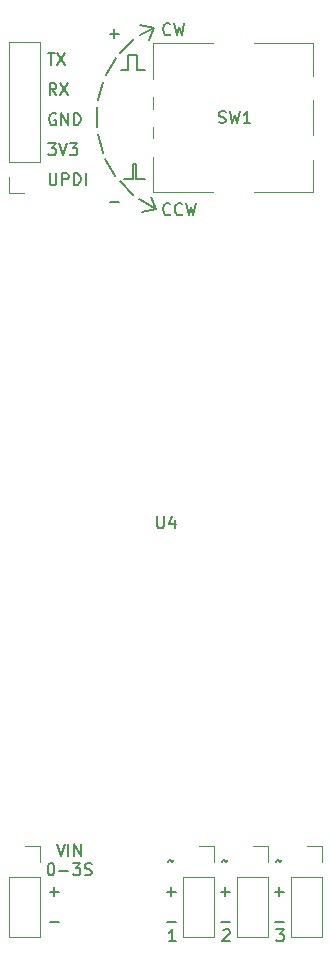
<source format=gto>
%TF.GenerationSoftware,KiCad,Pcbnew,8.0.2*%
%TF.CreationDate,2024-09-16T20:09:15-04:00*%
%TF.ProjectId,servo_tester,73657276-6f5f-4746-9573-7465722e6b69,rev?*%
%TF.SameCoordinates,Original*%
%TF.FileFunction,Legend,Top*%
%TF.FilePolarity,Positive*%
%FSLAX46Y46*%
G04 Gerber Fmt 4.6, Leading zero omitted, Abs format (unit mm)*
G04 Created by KiCad (PCBNEW 8.0.2) date 2024-09-16 20:09:15*
%MOMM*%
%LPD*%
G01*
G04 APERTURE LIST*
%ADD10C,0.150000*%
%ADD11C,0.120000*%
%ADD12R,1.700000X1.700000*%
%ADD13O,1.700000X1.700000*%
%ADD14C,1.524000*%
%ADD15O,3.000000X2.900000*%
G04 APERTURE END LIST*
D10*
X112014000Y-50165000D02*
X112014000Y-51435000D01*
X111760000Y-51435000D02*
X111760000Y-50165000D01*
X111379000Y-42164000D02*
X111379000Y-40894000D01*
X113538000Y-38608000D02*
X113122869Y-39623272D01*
X111760000Y-50165000D02*
X112014000Y-50165000D01*
X113538000Y-38608000D02*
X112360869Y-38353272D01*
X113750559Y-53943631D02*
X112310448Y-53143720D01*
X111829581Y-52785092D02*
X110652206Y-51632892D01*
X110283270Y-51159887D02*
X109452424Y-49737399D01*
X109221675Y-49183683D02*
X108796490Y-47592145D01*
X108720350Y-46997124D02*
X108731085Y-45349804D01*
X108814974Y-44755826D02*
X109260866Y-43169965D01*
X109498812Y-42619303D02*
X110348127Y-41207764D01*
X110723197Y-40739609D02*
X111915489Y-39602852D01*
X112400989Y-39250521D02*
X113537998Y-38607998D01*
X113750559Y-53943631D02*
X113335428Y-52928359D01*
X113750559Y-53943631D02*
X112573428Y-54198359D01*
X110744000Y-42164000D02*
X111379000Y-42164000D01*
X112141000Y-42164000D02*
X112776000Y-42164000D01*
X111379000Y-40894000D02*
X112141000Y-40894000D01*
X112014000Y-51435000D02*
X112776000Y-51435000D01*
X110998000Y-51435000D02*
X111760000Y-51435000D01*
X112141000Y-40894000D02*
X112141000Y-42164000D01*
X104587922Y-40779819D02*
X105159350Y-40779819D01*
X104873636Y-41779819D02*
X104873636Y-40779819D01*
X105397446Y-40779819D02*
X106064112Y-41779819D01*
X106064112Y-40779819D02*
X105397446Y-41779819D01*
X123939541Y-114947819D02*
X124558588Y-114947819D01*
X124558588Y-114947819D02*
X124225255Y-115328771D01*
X124225255Y-115328771D02*
X124368112Y-115328771D01*
X124368112Y-115328771D02*
X124463350Y-115376390D01*
X124463350Y-115376390D02*
X124510969Y-115424009D01*
X124510969Y-115424009D02*
X124558588Y-115519247D01*
X124558588Y-115519247D02*
X124558588Y-115757342D01*
X124558588Y-115757342D02*
X124510969Y-115852580D01*
X124510969Y-115852580D02*
X124463350Y-115900200D01*
X124463350Y-115900200D02*
X124368112Y-115947819D01*
X124368112Y-115947819D02*
X124082398Y-115947819D01*
X124082398Y-115947819D02*
X123987160Y-115900200D01*
X123987160Y-115900200D02*
X123939541Y-115852580D01*
X114954207Y-54384580D02*
X114906588Y-54432200D01*
X114906588Y-54432200D02*
X114763731Y-54479819D01*
X114763731Y-54479819D02*
X114668493Y-54479819D01*
X114668493Y-54479819D02*
X114525636Y-54432200D01*
X114525636Y-54432200D02*
X114430398Y-54336961D01*
X114430398Y-54336961D02*
X114382779Y-54241723D01*
X114382779Y-54241723D02*
X114335160Y-54051247D01*
X114335160Y-54051247D02*
X114335160Y-53908390D01*
X114335160Y-53908390D02*
X114382779Y-53717914D01*
X114382779Y-53717914D02*
X114430398Y-53622676D01*
X114430398Y-53622676D02*
X114525636Y-53527438D01*
X114525636Y-53527438D02*
X114668493Y-53479819D01*
X114668493Y-53479819D02*
X114763731Y-53479819D01*
X114763731Y-53479819D02*
X114906588Y-53527438D01*
X114906588Y-53527438D02*
X114954207Y-53575057D01*
X115954207Y-54384580D02*
X115906588Y-54432200D01*
X115906588Y-54432200D02*
X115763731Y-54479819D01*
X115763731Y-54479819D02*
X115668493Y-54479819D01*
X115668493Y-54479819D02*
X115525636Y-54432200D01*
X115525636Y-54432200D02*
X115430398Y-54336961D01*
X115430398Y-54336961D02*
X115382779Y-54241723D01*
X115382779Y-54241723D02*
X115335160Y-54051247D01*
X115335160Y-54051247D02*
X115335160Y-53908390D01*
X115335160Y-53908390D02*
X115382779Y-53717914D01*
X115382779Y-53717914D02*
X115430398Y-53622676D01*
X115430398Y-53622676D02*
X115525636Y-53527438D01*
X115525636Y-53527438D02*
X115668493Y-53479819D01*
X115668493Y-53479819D02*
X115763731Y-53479819D01*
X115763731Y-53479819D02*
X115906588Y-53527438D01*
X115906588Y-53527438D02*
X115954207Y-53575057D01*
X116287541Y-53479819D02*
X116525636Y-54479819D01*
X116525636Y-54479819D02*
X116716112Y-53765533D01*
X116716112Y-53765533D02*
X116906588Y-54479819D01*
X116906588Y-54479819D02*
X117144684Y-53479819D01*
X104730779Y-111756866D02*
X105492684Y-111756866D01*
X105111731Y-112137819D02*
X105111731Y-111375914D01*
X105302207Y-44319819D02*
X104968874Y-43843628D01*
X104730779Y-44319819D02*
X104730779Y-43319819D01*
X104730779Y-43319819D02*
X105111731Y-43319819D01*
X105111731Y-43319819D02*
X105206969Y-43367438D01*
X105206969Y-43367438D02*
X105254588Y-43415057D01*
X105254588Y-43415057D02*
X105302207Y-43510295D01*
X105302207Y-43510295D02*
X105302207Y-43653152D01*
X105302207Y-43653152D02*
X105254588Y-43748390D01*
X105254588Y-43748390D02*
X105206969Y-43796009D01*
X105206969Y-43796009D02*
X105111731Y-43843628D01*
X105111731Y-43843628D02*
X104730779Y-43843628D01*
X105635541Y-43319819D02*
X106302207Y-44319819D01*
X106302207Y-43319819D02*
X105635541Y-44319819D01*
X119319922Y-109216866D02*
X119367541Y-109169247D01*
X119367541Y-109169247D02*
X119462779Y-109121628D01*
X119462779Y-109121628D02*
X119653255Y-109216866D01*
X119653255Y-109216866D02*
X119748493Y-109169247D01*
X119748493Y-109169247D02*
X119796112Y-109121628D01*
X123780779Y-111756866D02*
X124542684Y-111756866D01*
X124161731Y-112137819D02*
X124161731Y-111375914D01*
X114636779Y-111756866D02*
X115398684Y-111756866D01*
X115017731Y-112137819D02*
X115017731Y-111375914D01*
X104730779Y-50939819D02*
X104730779Y-51749342D01*
X104730779Y-51749342D02*
X104778398Y-51844580D01*
X104778398Y-51844580D02*
X104826017Y-51892200D01*
X104826017Y-51892200D02*
X104921255Y-51939819D01*
X104921255Y-51939819D02*
X105111731Y-51939819D01*
X105111731Y-51939819D02*
X105206969Y-51892200D01*
X105206969Y-51892200D02*
X105254588Y-51844580D01*
X105254588Y-51844580D02*
X105302207Y-51749342D01*
X105302207Y-51749342D02*
X105302207Y-50939819D01*
X105778398Y-51939819D02*
X105778398Y-50939819D01*
X105778398Y-50939819D02*
X106159350Y-50939819D01*
X106159350Y-50939819D02*
X106254588Y-50987438D01*
X106254588Y-50987438D02*
X106302207Y-51035057D01*
X106302207Y-51035057D02*
X106349826Y-51130295D01*
X106349826Y-51130295D02*
X106349826Y-51273152D01*
X106349826Y-51273152D02*
X106302207Y-51368390D01*
X106302207Y-51368390D02*
X106254588Y-51416009D01*
X106254588Y-51416009D02*
X106159350Y-51463628D01*
X106159350Y-51463628D02*
X105778398Y-51463628D01*
X106778398Y-51939819D02*
X106778398Y-50939819D01*
X106778398Y-50939819D02*
X107016493Y-50939819D01*
X107016493Y-50939819D02*
X107159350Y-50987438D01*
X107159350Y-50987438D02*
X107254588Y-51082676D01*
X107254588Y-51082676D02*
X107302207Y-51177914D01*
X107302207Y-51177914D02*
X107349826Y-51368390D01*
X107349826Y-51368390D02*
X107349826Y-51511247D01*
X107349826Y-51511247D02*
X107302207Y-51701723D01*
X107302207Y-51701723D02*
X107254588Y-51796961D01*
X107254588Y-51796961D02*
X107159350Y-51892200D01*
X107159350Y-51892200D02*
X107016493Y-51939819D01*
X107016493Y-51939819D02*
X106778398Y-51939819D01*
X107778398Y-51939819D02*
X107778398Y-50939819D01*
X109810779Y-39112866D02*
X110572684Y-39112866D01*
X110191731Y-39493819D02*
X110191731Y-38731914D01*
X123780779Y-114296866D02*
X124542684Y-114296866D01*
X104635541Y-48399819D02*
X105254588Y-48399819D01*
X105254588Y-48399819D02*
X104921255Y-48780771D01*
X104921255Y-48780771D02*
X105064112Y-48780771D01*
X105064112Y-48780771D02*
X105159350Y-48828390D01*
X105159350Y-48828390D02*
X105206969Y-48876009D01*
X105206969Y-48876009D02*
X105254588Y-48971247D01*
X105254588Y-48971247D02*
X105254588Y-49209342D01*
X105254588Y-49209342D02*
X105206969Y-49304580D01*
X105206969Y-49304580D02*
X105159350Y-49352200D01*
X105159350Y-49352200D02*
X105064112Y-49399819D01*
X105064112Y-49399819D02*
X104778398Y-49399819D01*
X104778398Y-49399819D02*
X104683160Y-49352200D01*
X104683160Y-49352200D02*
X104635541Y-49304580D01*
X105540303Y-48399819D02*
X105873636Y-49399819D01*
X105873636Y-49399819D02*
X106206969Y-48399819D01*
X106445065Y-48399819D02*
X107064112Y-48399819D01*
X107064112Y-48399819D02*
X106730779Y-48780771D01*
X106730779Y-48780771D02*
X106873636Y-48780771D01*
X106873636Y-48780771D02*
X106968874Y-48828390D01*
X106968874Y-48828390D02*
X107016493Y-48876009D01*
X107016493Y-48876009D02*
X107064112Y-48971247D01*
X107064112Y-48971247D02*
X107064112Y-49209342D01*
X107064112Y-49209342D02*
X107016493Y-49304580D01*
X107016493Y-49304580D02*
X106968874Y-49352200D01*
X106968874Y-49352200D02*
X106873636Y-49399819D01*
X106873636Y-49399819D02*
X106587922Y-49399819D01*
X106587922Y-49399819D02*
X106492684Y-49352200D01*
X106492684Y-49352200D02*
X106445065Y-49304580D01*
X105330762Y-107749875D02*
X105664095Y-108749875D01*
X105664095Y-108749875D02*
X105997428Y-107749875D01*
X106330762Y-108749875D02*
X106330762Y-107749875D01*
X106806952Y-108749875D02*
X106806952Y-107749875D01*
X106806952Y-107749875D02*
X107378380Y-108749875D01*
X107378380Y-108749875D02*
X107378380Y-107749875D01*
X104806952Y-109359819D02*
X104902190Y-109359819D01*
X104902190Y-109359819D02*
X104997428Y-109407438D01*
X104997428Y-109407438D02*
X105045047Y-109455057D01*
X105045047Y-109455057D02*
X105092666Y-109550295D01*
X105092666Y-109550295D02*
X105140285Y-109740771D01*
X105140285Y-109740771D02*
X105140285Y-109978866D01*
X105140285Y-109978866D02*
X105092666Y-110169342D01*
X105092666Y-110169342D02*
X105045047Y-110264580D01*
X105045047Y-110264580D02*
X104997428Y-110312200D01*
X104997428Y-110312200D02*
X104902190Y-110359819D01*
X104902190Y-110359819D02*
X104806952Y-110359819D01*
X104806952Y-110359819D02*
X104711714Y-110312200D01*
X104711714Y-110312200D02*
X104664095Y-110264580D01*
X104664095Y-110264580D02*
X104616476Y-110169342D01*
X104616476Y-110169342D02*
X104568857Y-109978866D01*
X104568857Y-109978866D02*
X104568857Y-109740771D01*
X104568857Y-109740771D02*
X104616476Y-109550295D01*
X104616476Y-109550295D02*
X104664095Y-109455057D01*
X104664095Y-109455057D02*
X104711714Y-109407438D01*
X104711714Y-109407438D02*
X104806952Y-109359819D01*
X105568857Y-109978866D02*
X106330762Y-109978866D01*
X106711714Y-109359819D02*
X107330761Y-109359819D01*
X107330761Y-109359819D02*
X106997428Y-109740771D01*
X106997428Y-109740771D02*
X107140285Y-109740771D01*
X107140285Y-109740771D02*
X107235523Y-109788390D01*
X107235523Y-109788390D02*
X107283142Y-109836009D01*
X107283142Y-109836009D02*
X107330761Y-109931247D01*
X107330761Y-109931247D02*
X107330761Y-110169342D01*
X107330761Y-110169342D02*
X107283142Y-110264580D01*
X107283142Y-110264580D02*
X107235523Y-110312200D01*
X107235523Y-110312200D02*
X107140285Y-110359819D01*
X107140285Y-110359819D02*
X106854571Y-110359819D01*
X106854571Y-110359819D02*
X106759333Y-110312200D01*
X106759333Y-110312200D02*
X106711714Y-110264580D01*
X107711714Y-110312200D02*
X107854571Y-110359819D01*
X107854571Y-110359819D02*
X108092666Y-110359819D01*
X108092666Y-110359819D02*
X108187904Y-110312200D01*
X108187904Y-110312200D02*
X108235523Y-110264580D01*
X108235523Y-110264580D02*
X108283142Y-110169342D01*
X108283142Y-110169342D02*
X108283142Y-110074104D01*
X108283142Y-110074104D02*
X108235523Y-109978866D01*
X108235523Y-109978866D02*
X108187904Y-109931247D01*
X108187904Y-109931247D02*
X108092666Y-109883628D01*
X108092666Y-109883628D02*
X107902190Y-109836009D01*
X107902190Y-109836009D02*
X107806952Y-109788390D01*
X107806952Y-109788390D02*
X107759333Y-109740771D01*
X107759333Y-109740771D02*
X107711714Y-109645533D01*
X107711714Y-109645533D02*
X107711714Y-109550295D01*
X107711714Y-109550295D02*
X107759333Y-109455057D01*
X107759333Y-109455057D02*
X107806952Y-109407438D01*
X107806952Y-109407438D02*
X107902190Y-109359819D01*
X107902190Y-109359819D02*
X108140285Y-109359819D01*
X108140285Y-109359819D02*
X108283142Y-109407438D01*
X114747922Y-109216866D02*
X114795541Y-109169247D01*
X114795541Y-109169247D02*
X114890779Y-109121628D01*
X114890779Y-109121628D02*
X115081255Y-109216866D01*
X115081255Y-109216866D02*
X115176493Y-109169247D01*
X115176493Y-109169247D02*
X115224112Y-109121628D01*
X123891922Y-109216866D02*
X123939541Y-109169247D01*
X123939541Y-109169247D02*
X124034779Y-109121628D01*
X124034779Y-109121628D02*
X124225255Y-109216866D01*
X124225255Y-109216866D02*
X124320493Y-109169247D01*
X124320493Y-109169247D02*
X124368112Y-109121628D01*
X105254588Y-45907438D02*
X105159350Y-45859819D01*
X105159350Y-45859819D02*
X105016493Y-45859819D01*
X105016493Y-45859819D02*
X104873636Y-45907438D01*
X104873636Y-45907438D02*
X104778398Y-46002676D01*
X104778398Y-46002676D02*
X104730779Y-46097914D01*
X104730779Y-46097914D02*
X104683160Y-46288390D01*
X104683160Y-46288390D02*
X104683160Y-46431247D01*
X104683160Y-46431247D02*
X104730779Y-46621723D01*
X104730779Y-46621723D02*
X104778398Y-46716961D01*
X104778398Y-46716961D02*
X104873636Y-46812200D01*
X104873636Y-46812200D02*
X105016493Y-46859819D01*
X105016493Y-46859819D02*
X105111731Y-46859819D01*
X105111731Y-46859819D02*
X105254588Y-46812200D01*
X105254588Y-46812200D02*
X105302207Y-46764580D01*
X105302207Y-46764580D02*
X105302207Y-46431247D01*
X105302207Y-46431247D02*
X105111731Y-46431247D01*
X105730779Y-46859819D02*
X105730779Y-45859819D01*
X105730779Y-45859819D02*
X106302207Y-46859819D01*
X106302207Y-46859819D02*
X106302207Y-45859819D01*
X106778398Y-46859819D02*
X106778398Y-45859819D01*
X106778398Y-45859819D02*
X107016493Y-45859819D01*
X107016493Y-45859819D02*
X107159350Y-45907438D01*
X107159350Y-45907438D02*
X107254588Y-46002676D01*
X107254588Y-46002676D02*
X107302207Y-46097914D01*
X107302207Y-46097914D02*
X107349826Y-46288390D01*
X107349826Y-46288390D02*
X107349826Y-46431247D01*
X107349826Y-46431247D02*
X107302207Y-46621723D01*
X107302207Y-46621723D02*
X107254588Y-46716961D01*
X107254588Y-46716961D02*
X107159350Y-46812200D01*
X107159350Y-46812200D02*
X107016493Y-46859819D01*
X107016493Y-46859819D02*
X106778398Y-46859819D01*
X115414588Y-115947819D02*
X114843160Y-115947819D01*
X115128874Y-115947819D02*
X115128874Y-114947819D01*
X115128874Y-114947819D02*
X115033636Y-115090676D01*
X115033636Y-115090676D02*
X114938398Y-115185914D01*
X114938398Y-115185914D02*
X114843160Y-115233533D01*
X119208779Y-111756866D02*
X119970684Y-111756866D01*
X119589731Y-112137819D02*
X119589731Y-111375914D01*
X114954207Y-39144580D02*
X114906588Y-39192200D01*
X114906588Y-39192200D02*
X114763731Y-39239819D01*
X114763731Y-39239819D02*
X114668493Y-39239819D01*
X114668493Y-39239819D02*
X114525636Y-39192200D01*
X114525636Y-39192200D02*
X114430398Y-39096961D01*
X114430398Y-39096961D02*
X114382779Y-39001723D01*
X114382779Y-39001723D02*
X114335160Y-38811247D01*
X114335160Y-38811247D02*
X114335160Y-38668390D01*
X114335160Y-38668390D02*
X114382779Y-38477914D01*
X114382779Y-38477914D02*
X114430398Y-38382676D01*
X114430398Y-38382676D02*
X114525636Y-38287438D01*
X114525636Y-38287438D02*
X114668493Y-38239819D01*
X114668493Y-38239819D02*
X114763731Y-38239819D01*
X114763731Y-38239819D02*
X114906588Y-38287438D01*
X114906588Y-38287438D02*
X114954207Y-38335057D01*
X115287541Y-38239819D02*
X115525636Y-39239819D01*
X115525636Y-39239819D02*
X115716112Y-38525533D01*
X115716112Y-38525533D02*
X115906588Y-39239819D01*
X115906588Y-39239819D02*
X116144684Y-38239819D01*
X119415160Y-115043057D02*
X119462779Y-114995438D01*
X119462779Y-114995438D02*
X119558017Y-114947819D01*
X119558017Y-114947819D02*
X119796112Y-114947819D01*
X119796112Y-114947819D02*
X119891350Y-114995438D01*
X119891350Y-114995438D02*
X119938969Y-115043057D01*
X119938969Y-115043057D02*
X119986588Y-115138295D01*
X119986588Y-115138295D02*
X119986588Y-115233533D01*
X119986588Y-115233533D02*
X119938969Y-115376390D01*
X119938969Y-115376390D02*
X119367541Y-115947819D01*
X119367541Y-115947819D02*
X119986588Y-115947819D01*
X119208779Y-114296866D02*
X119970684Y-114296866D01*
X104730779Y-114296866D02*
X105492684Y-114296866D01*
X109810779Y-53336866D02*
X110572684Y-53336866D01*
X114636779Y-114296866D02*
X115398684Y-114296866D01*
X113850095Y-79990819D02*
X113850095Y-80800342D01*
X113850095Y-80800342D02*
X113897714Y-80895580D01*
X113897714Y-80895580D02*
X113945333Y-80943200D01*
X113945333Y-80943200D02*
X114040571Y-80990819D01*
X114040571Y-80990819D02*
X114231047Y-80990819D01*
X114231047Y-80990819D02*
X114326285Y-80943200D01*
X114326285Y-80943200D02*
X114373904Y-80895580D01*
X114373904Y-80895580D02*
X114421523Y-80800342D01*
X114421523Y-80800342D02*
X114421523Y-79990819D01*
X115326285Y-80324152D02*
X115326285Y-80990819D01*
X115088190Y-79943200D02*
X114850095Y-80657485D01*
X114850095Y-80657485D02*
X115469142Y-80657485D01*
X119062667Y-46635200D02*
X119205524Y-46682819D01*
X119205524Y-46682819D02*
X119443619Y-46682819D01*
X119443619Y-46682819D02*
X119538857Y-46635200D01*
X119538857Y-46635200D02*
X119586476Y-46587580D01*
X119586476Y-46587580D02*
X119634095Y-46492342D01*
X119634095Y-46492342D02*
X119634095Y-46397104D01*
X119634095Y-46397104D02*
X119586476Y-46301866D01*
X119586476Y-46301866D02*
X119538857Y-46254247D01*
X119538857Y-46254247D02*
X119443619Y-46206628D01*
X119443619Y-46206628D02*
X119253143Y-46159009D01*
X119253143Y-46159009D02*
X119157905Y-46111390D01*
X119157905Y-46111390D02*
X119110286Y-46063771D01*
X119110286Y-46063771D02*
X119062667Y-45968533D01*
X119062667Y-45968533D02*
X119062667Y-45873295D01*
X119062667Y-45873295D02*
X119110286Y-45778057D01*
X119110286Y-45778057D02*
X119157905Y-45730438D01*
X119157905Y-45730438D02*
X119253143Y-45682819D01*
X119253143Y-45682819D02*
X119491238Y-45682819D01*
X119491238Y-45682819D02*
X119634095Y-45730438D01*
X119967429Y-45682819D02*
X120205524Y-46682819D01*
X120205524Y-46682819D02*
X120396000Y-45968533D01*
X120396000Y-45968533D02*
X120586476Y-46682819D01*
X120586476Y-46682819D02*
X120824572Y-45682819D01*
X121729333Y-46682819D02*
X121157905Y-46682819D01*
X121443619Y-46682819D02*
X121443619Y-45682819D01*
X121443619Y-45682819D02*
X121348381Y-45825676D01*
X121348381Y-45825676D02*
X121253143Y-45920914D01*
X121253143Y-45920914D02*
X121157905Y-45968533D01*
D11*
%TO.C,J3*%
X101286000Y-110490000D02*
X101286000Y-115630000D01*
X101286000Y-110490000D02*
X103946000Y-110490000D01*
X101286000Y-115630000D02*
X103946000Y-115630000D01*
X102616000Y-107890000D02*
X103946000Y-107890000D01*
X103946000Y-107890000D02*
X103946000Y-109220000D01*
X103946000Y-110490000D02*
X103946000Y-115630000D01*
%TO.C,SW1*%
X113476000Y-39928000D02*
X118526000Y-39928000D01*
X113476000Y-42928000D02*
X113476000Y-39928000D01*
X113476000Y-44478000D02*
X113476000Y-45478000D01*
X113476000Y-46978000D02*
X113476000Y-47978000D01*
X113476000Y-49528000D02*
X113476000Y-52528000D01*
X118526000Y-52528000D02*
X113476000Y-52528000D01*
X122026000Y-39928000D02*
X127076000Y-39928000D01*
X127076000Y-39928000D02*
X127076000Y-42728000D01*
X127076000Y-44728000D02*
X127076000Y-47728000D01*
X127076000Y-49828000D02*
X127076000Y-52528000D01*
X127076000Y-52528000D02*
X122026000Y-52528000D01*
%TO.C,J2*%
X120590000Y-110490000D02*
X120590000Y-115630000D01*
X120590000Y-110490000D02*
X123250000Y-110490000D01*
X120590000Y-115630000D02*
X123250000Y-115630000D01*
X121920000Y-107890000D02*
X123250000Y-107890000D01*
X123250000Y-107890000D02*
X123250000Y-109220000D01*
X123250000Y-110490000D02*
X123250000Y-115630000D01*
%TO.C,J5*%
X125162000Y-110490000D02*
X125162000Y-115630000D01*
X125162000Y-110490000D02*
X127822000Y-110490000D01*
X125162000Y-115630000D02*
X127822000Y-115630000D01*
X126492000Y-107890000D02*
X127822000Y-107890000D01*
X127822000Y-107890000D02*
X127822000Y-109220000D01*
X127822000Y-110490000D02*
X127822000Y-115630000D01*
%TO.C,J4*%
X103921000Y-50008000D02*
X103921000Y-39788000D01*
X103921000Y-50008000D02*
X101261000Y-50008000D01*
X103921000Y-39788000D02*
X101261000Y-39788000D01*
X102591000Y-52608000D02*
X101261000Y-52608000D01*
X101261000Y-52608000D02*
X101261000Y-51278000D01*
X101261000Y-50008000D02*
X101261000Y-39788000D01*
%TO.C,J1*%
X116018000Y-110490000D02*
X116018000Y-115630000D01*
X116018000Y-110490000D02*
X118678000Y-110490000D01*
X116018000Y-115630000D02*
X118678000Y-115630000D01*
X117348000Y-107890000D02*
X118678000Y-107890000D01*
X118678000Y-107890000D02*
X118678000Y-109220000D01*
X118678000Y-110490000D02*
X118678000Y-115630000D01*
%TD*%
%LPC*%
D12*
%TO.C,U4*%
X102362000Y-59436000D03*
D13*
X102362000Y-61976000D03*
X102362000Y-64516000D03*
X102362000Y-67056000D03*
X102362000Y-69596000D03*
X102362000Y-72136000D03*
X102362000Y-74676000D03*
X102362000Y-77216000D03*
X102362000Y-79756000D03*
X102362000Y-82296000D03*
X102362000Y-84836000D03*
X102362000Y-87376000D03*
X102362000Y-89916000D03*
X102362000Y-92456000D03*
X102362000Y-94996000D03*
X102362000Y-97536000D03*
X102362000Y-100076000D03*
X102362000Y-102616000D03*
D12*
X126862000Y-102606000D03*
D13*
X126862000Y-100066000D03*
X126862000Y-97526000D03*
X126862000Y-94986000D03*
X126862000Y-92446000D03*
X126862000Y-89906000D03*
X126862000Y-87366000D03*
X126862000Y-84826000D03*
X126862000Y-82286000D03*
X126862000Y-79746000D03*
X126862000Y-77206000D03*
X126862000Y-74666000D03*
X126862000Y-72126000D03*
X126862000Y-69586000D03*
X126862000Y-67046000D03*
X126862000Y-64506000D03*
X126862000Y-61966000D03*
X126862000Y-59426000D03*
%TD*%
D12*
%TO.C,J3*%
X102616000Y-109220000D03*
D13*
X102616000Y-111760000D03*
X102616000Y-114300000D03*
%TD*%
D14*
%TO.C,SW1*%
X112776000Y-43728000D03*
X112776000Y-48728000D03*
X112776000Y-46228000D03*
X127276000Y-43728000D03*
X127276000Y-48728000D03*
D15*
X120276000Y-39628000D03*
X120276000Y-52828000D03*
%TD*%
D12*
%TO.C,J2*%
X121920000Y-109220000D03*
D13*
X121920000Y-111760000D03*
X121920000Y-114300000D03*
%TD*%
D12*
%TO.C,J5*%
X126492000Y-109220000D03*
D13*
X126492000Y-111760000D03*
X126492000Y-114300000D03*
%TD*%
D12*
%TO.C,J4*%
X102591000Y-51278000D03*
D13*
X102591000Y-48738000D03*
X102591000Y-46198000D03*
X102591000Y-43658000D03*
X102591000Y-41118000D03*
%TD*%
D12*
%TO.C,J1*%
X117348000Y-109220000D03*
D13*
X117348000Y-111760000D03*
X117348000Y-114300000D03*
%TD*%
%LPD*%
M02*

</source>
